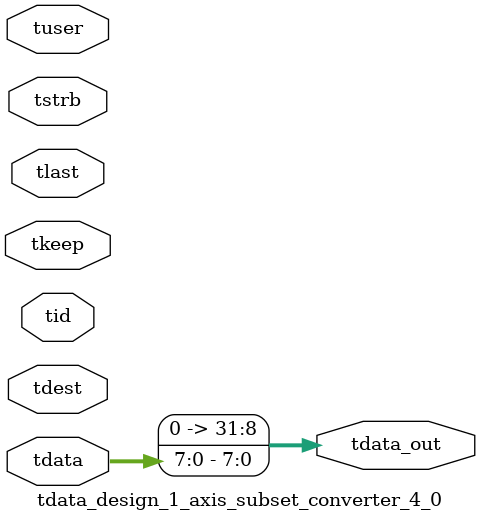
<source format=v>


`timescale 1ps/1ps

module tdata_design_1_axis_subset_converter_4_0 #
(
parameter C_S_AXIS_TDATA_WIDTH = 32,
parameter C_S_AXIS_TUSER_WIDTH = 0,
parameter C_S_AXIS_TID_WIDTH   = 0,
parameter C_S_AXIS_TDEST_WIDTH = 0,
parameter C_M_AXIS_TDATA_WIDTH = 32
)
(
input  [(C_S_AXIS_TDATA_WIDTH == 0 ? 1 : C_S_AXIS_TDATA_WIDTH)-1:0     ] tdata,
input  [(C_S_AXIS_TUSER_WIDTH == 0 ? 1 : C_S_AXIS_TUSER_WIDTH)-1:0     ] tuser,
input  [(C_S_AXIS_TID_WIDTH   == 0 ? 1 : C_S_AXIS_TID_WIDTH)-1:0       ] tid,
input  [(C_S_AXIS_TDEST_WIDTH == 0 ? 1 : C_S_AXIS_TDEST_WIDTH)-1:0     ] tdest,
input  [(C_S_AXIS_TDATA_WIDTH/8)-1:0 ] tkeep,
input  [(C_S_AXIS_TDATA_WIDTH/8)-1:0 ] tstrb,
input                                                                    tlast,
output [C_M_AXIS_TDATA_WIDTH-1:0] tdata_out
);

assign tdata_out = {tdata[7:0]};

endmodule


</source>
